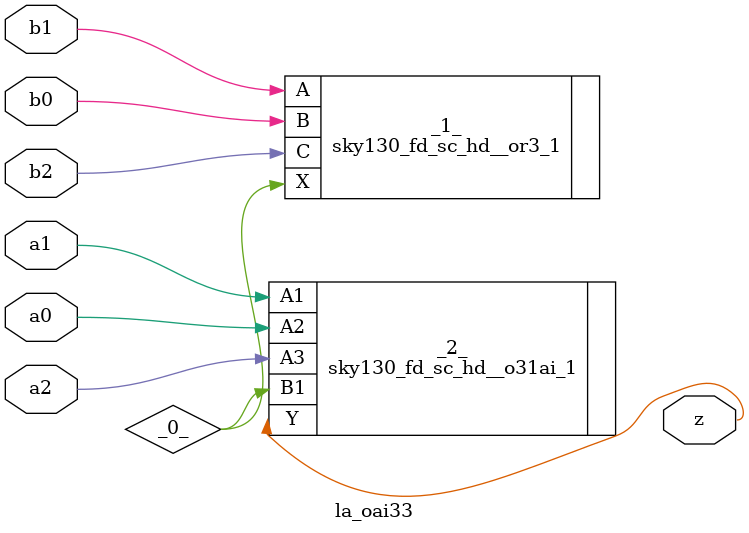
<source format=v>
/* Generated by Yosys 0.37 (git sha1 a5c7f69ed, clang 14.0.0-1ubuntu1.1 -fPIC -Os) */

module la_oai33(a0, a1, a2, b0, b1, b2, z);
  wire _0_;
  input a0;
  wire a0;
  input a1;
  wire a1;
  input a2;
  wire a2;
  input b0;
  wire b0;
  input b1;
  wire b1;
  input b2;
  wire b2;
  output z;
  wire z;
  sky130_fd_sc_hd__or3_1 _1_ (
    .A(b1),
    .B(b0),
    .C(b2),
    .X(_0_)
  );
  sky130_fd_sc_hd__o31ai_1 _2_ (
    .A1(a1),
    .A2(a0),
    .A3(a2),
    .B1(_0_),
    .Y(z)
  );
endmodule

</source>
